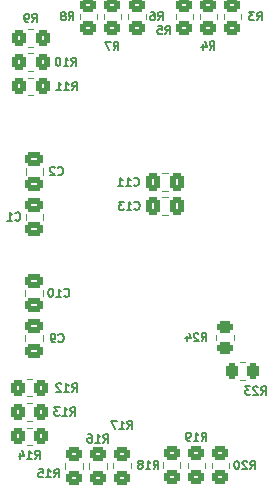
<source format=gbo>
G04 #@! TF.GenerationSoftware,KiCad,Pcbnew,(6.0.6)*
G04 #@! TF.CreationDate,2022-08-29T16:25:24+02:00*
G04 #@! TF.ProjectId,optic-transceiver-board-2t6r,6f707469-632d-4747-9261-6e7363656976,rev?*
G04 #@! TF.SameCoordinates,Original*
G04 #@! TF.FileFunction,Legend,Bot*
G04 #@! TF.FilePolarity,Positive*
%FSLAX46Y46*%
G04 Gerber Fmt 4.6, Leading zero omitted, Abs format (unit mm)*
G04 Created by KiCad (PCBNEW (6.0.6)) date 2022-08-29 16:25:24*
%MOMM*%
%LPD*%
G01*
G04 APERTURE LIST*
G04 Aperture macros list*
%AMRoundRect*
0 Rectangle with rounded corners*
0 $1 Rounding radius*
0 $2 $3 $4 $5 $6 $7 $8 $9 X,Y pos of 4 corners*
0 Add a 4 corners polygon primitive as box body*
4,1,4,$2,$3,$4,$5,$6,$7,$8,$9,$2,$3,0*
0 Add four circle primitives for the rounded corners*
1,1,$1+$1,$2,$3*
1,1,$1+$1,$4,$5*
1,1,$1+$1,$6,$7*
1,1,$1+$1,$8,$9*
0 Add four rect primitives between the rounded corners*
20,1,$1+$1,$2,$3,$4,$5,0*
20,1,$1+$1,$4,$5,$6,$7,0*
20,1,$1+$1,$6,$7,$8,$9,0*
20,1,$1+$1,$8,$9,$2,$3,0*%
G04 Aperture macros list end*
%ADD10C,0.150000*%
%ADD11C,0.120000*%
%ADD12C,3.200000*%
%ADD13C,1.515000*%
%ADD14R,1.700000X1.700000*%
%ADD15O,1.700000X1.700000*%
%ADD16RoundRect,0.250000X0.350000X0.450000X-0.350000X0.450000X-0.350000X-0.450000X0.350000X-0.450000X0*%
%ADD17RoundRect,0.250000X0.450000X-0.350000X0.450000X0.350000X-0.450000X0.350000X-0.450000X-0.350000X0*%
%ADD18RoundRect,0.250000X0.475000X-0.337500X0.475000X0.337500X-0.475000X0.337500X-0.475000X-0.337500X0*%
%ADD19RoundRect,0.250000X-0.450000X0.350000X-0.450000X-0.350000X0.450000X-0.350000X0.450000X0.350000X0*%
%ADD20RoundRect,0.250000X-0.337500X-0.475000X0.337500X-0.475000X0.337500X0.475000X-0.337500X0.475000X0*%
%ADD21RoundRect,0.250000X-0.262500X-0.450000X0.262500X-0.450000X0.262500X0.450000X-0.262500X0.450000X0*%
%ADD22RoundRect,0.250000X0.450000X-0.262500X0.450000X0.262500X-0.450000X0.262500X-0.450000X-0.262500X0*%
%ADD23RoundRect,0.250000X-0.350000X-0.450000X0.350000X-0.450000X0.350000X0.450000X-0.350000X0.450000X0*%
%ADD24RoundRect,0.250000X-0.475000X0.337500X-0.475000X-0.337500X0.475000X-0.337500X0.475000X0.337500X0*%
G04 APERTURE END LIST*
D10*
X99459200Y-62191066D02*
X99692533Y-61857733D01*
X99859200Y-62191066D02*
X99859200Y-61491066D01*
X99592533Y-61491066D01*
X99525866Y-61524400D01*
X99492533Y-61557733D01*
X99459200Y-61624400D01*
X99459200Y-61724400D01*
X99492533Y-61791066D01*
X99525866Y-61824400D01*
X99592533Y-61857733D01*
X99859200Y-61857733D01*
X98792533Y-62191066D02*
X99192533Y-62191066D01*
X98992533Y-62191066D02*
X98992533Y-61491066D01*
X99059200Y-61591066D01*
X99125866Y-61657733D01*
X99192533Y-61691066D01*
X98125866Y-62191066D02*
X98525866Y-62191066D01*
X98325866Y-62191066D02*
X98325866Y-61491066D01*
X98392533Y-61591066D01*
X98459200Y-61657733D01*
X98525866Y-61691066D01*
X96077866Y-56404766D02*
X96311200Y-56071433D01*
X96477866Y-56404766D02*
X96477866Y-55704766D01*
X96211200Y-55704766D01*
X96144533Y-55738100D01*
X96111200Y-55771433D01*
X96077866Y-55838100D01*
X96077866Y-55938100D01*
X96111200Y-56004766D01*
X96144533Y-56038100D01*
X96211200Y-56071433D01*
X96477866Y-56071433D01*
X95744533Y-56404766D02*
X95611200Y-56404766D01*
X95544533Y-56371433D01*
X95511200Y-56338100D01*
X95444533Y-56238100D01*
X95411200Y-56104766D01*
X95411200Y-55838100D01*
X95444533Y-55771433D01*
X95477866Y-55738100D01*
X95544533Y-55704766D01*
X95677866Y-55704766D01*
X95744533Y-55738100D01*
X95777866Y-55771433D01*
X95811200Y-55838100D01*
X95811200Y-56004766D01*
X95777866Y-56071433D01*
X95744533Y-56104766D01*
X95677866Y-56138100D01*
X95544533Y-56138100D01*
X95477866Y-56104766D01*
X95444533Y-56071433D01*
X95411200Y-56004766D01*
X96309600Y-93382266D02*
X96542933Y-93048933D01*
X96709600Y-93382266D02*
X96709600Y-92682266D01*
X96442933Y-92682266D01*
X96376266Y-92715600D01*
X96342933Y-92748933D01*
X96309600Y-92815600D01*
X96309600Y-92915600D01*
X96342933Y-92982266D01*
X96376266Y-93015600D01*
X96442933Y-93048933D01*
X96709600Y-93048933D01*
X95642933Y-93382266D02*
X96042933Y-93382266D01*
X95842933Y-93382266D02*
X95842933Y-92682266D01*
X95909600Y-92782266D01*
X95976266Y-92848933D01*
X96042933Y-92882266D01*
X95042933Y-92915600D02*
X95042933Y-93382266D01*
X95209600Y-92648933D02*
X95376266Y-93148933D01*
X94942933Y-93148933D01*
X99459200Y-87692666D02*
X99692533Y-87359333D01*
X99859200Y-87692666D02*
X99859200Y-86992666D01*
X99592533Y-86992666D01*
X99525866Y-87026000D01*
X99492533Y-87059333D01*
X99459200Y-87126000D01*
X99459200Y-87226000D01*
X99492533Y-87292666D01*
X99525866Y-87326000D01*
X99592533Y-87359333D01*
X99859200Y-87359333D01*
X98792533Y-87692666D02*
X99192533Y-87692666D01*
X98992533Y-87692666D02*
X98992533Y-86992666D01*
X99059200Y-87092666D01*
X99125866Y-87159333D01*
X99192533Y-87192666D01*
X98525866Y-87059333D02*
X98492533Y-87026000D01*
X98425866Y-86992666D01*
X98259200Y-86992666D01*
X98192533Y-87026000D01*
X98159200Y-87059333D01*
X98125866Y-87126000D01*
X98125866Y-87192666D01*
X98159200Y-87292666D01*
X98559200Y-87692666D01*
X98125866Y-87692666D01*
X99176666Y-56247466D02*
X99410000Y-55914133D01*
X99576666Y-56247466D02*
X99576666Y-55547466D01*
X99310000Y-55547466D01*
X99243333Y-55580800D01*
X99210000Y-55614133D01*
X99176666Y-55680800D01*
X99176666Y-55780800D01*
X99210000Y-55847466D01*
X99243333Y-55880800D01*
X99310000Y-55914133D01*
X99576666Y-55914133D01*
X98776666Y-55847466D02*
X98843333Y-55814133D01*
X98876666Y-55780800D01*
X98910000Y-55714133D01*
X98910000Y-55680800D01*
X98876666Y-55614133D01*
X98843333Y-55580800D01*
X98776666Y-55547466D01*
X98643333Y-55547466D01*
X98576666Y-55580800D01*
X98543333Y-55614133D01*
X98510000Y-55680800D01*
X98510000Y-55714133D01*
X98543333Y-55780800D01*
X98576666Y-55814133D01*
X98643333Y-55847466D01*
X98776666Y-55847466D01*
X98843333Y-55880800D01*
X98876666Y-55914133D01*
X98910000Y-55980800D01*
X98910000Y-56114133D01*
X98876666Y-56180800D01*
X98843333Y-56214133D01*
X98776666Y-56247466D01*
X98643333Y-56247466D01*
X98576666Y-56214133D01*
X98543333Y-56180800D01*
X98510000Y-56114133D01*
X98510000Y-55980800D01*
X98543333Y-55914133D01*
X98576666Y-55880800D01*
X98643333Y-55847466D01*
X98313066Y-83435000D02*
X98346400Y-83468333D01*
X98446400Y-83501666D01*
X98513066Y-83501666D01*
X98613066Y-83468333D01*
X98679733Y-83401666D01*
X98713066Y-83335000D01*
X98746400Y-83201666D01*
X98746400Y-83101666D01*
X98713066Y-82968333D01*
X98679733Y-82901666D01*
X98613066Y-82835000D01*
X98513066Y-82801666D01*
X98446400Y-82801666D01*
X98346400Y-82835000D01*
X98313066Y-82868333D01*
X97979733Y-83501666D02*
X97846400Y-83501666D01*
X97779733Y-83468333D01*
X97746400Y-83435000D01*
X97679733Y-83335000D01*
X97646400Y-83201666D01*
X97646400Y-82935000D01*
X97679733Y-82868333D01*
X97713066Y-82835000D01*
X97779733Y-82801666D01*
X97913066Y-82801666D01*
X97979733Y-82835000D01*
X98013066Y-82868333D01*
X98046400Y-82935000D01*
X98046400Y-83101666D01*
X98013066Y-83168333D01*
X97979733Y-83201666D01*
X97913066Y-83235000D01*
X97779733Y-83235000D01*
X97713066Y-83201666D01*
X97679733Y-83168333D01*
X97646400Y-83101666D01*
X97935200Y-94957066D02*
X98168533Y-94623733D01*
X98335200Y-94957066D02*
X98335200Y-94257066D01*
X98068533Y-94257066D01*
X98001866Y-94290400D01*
X97968533Y-94323733D01*
X97935200Y-94390400D01*
X97935200Y-94490400D01*
X97968533Y-94557066D01*
X98001866Y-94590400D01*
X98068533Y-94623733D01*
X98335200Y-94623733D01*
X97268533Y-94957066D02*
X97668533Y-94957066D01*
X97468533Y-94957066D02*
X97468533Y-94257066D01*
X97535200Y-94357066D01*
X97601866Y-94423733D01*
X97668533Y-94457066D01*
X96635200Y-94257066D02*
X96968533Y-94257066D01*
X97001866Y-94590400D01*
X96968533Y-94557066D01*
X96901866Y-94523733D01*
X96735200Y-94523733D01*
X96668533Y-94557066D01*
X96635200Y-94590400D01*
X96601866Y-94657066D01*
X96601866Y-94823733D01*
X96635200Y-94890400D01*
X96668533Y-94923733D01*
X96735200Y-94957066D01*
X96901866Y-94957066D01*
X96968533Y-94923733D01*
X97001866Y-94890400D01*
X104691600Y-70201600D02*
X104724933Y-70234933D01*
X104824933Y-70268266D01*
X104891600Y-70268266D01*
X104991600Y-70234933D01*
X105058266Y-70168266D01*
X105091600Y-70101600D01*
X105124933Y-69968266D01*
X105124933Y-69868266D01*
X105091600Y-69734933D01*
X105058266Y-69668266D01*
X104991600Y-69601600D01*
X104891600Y-69568266D01*
X104824933Y-69568266D01*
X104724933Y-69601600D01*
X104691600Y-69634933D01*
X104024933Y-70268266D02*
X104424933Y-70268266D01*
X104224933Y-70268266D02*
X104224933Y-69568266D01*
X104291600Y-69668266D01*
X104358266Y-69734933D01*
X104424933Y-69768266D01*
X103358266Y-70268266D02*
X103758266Y-70268266D01*
X103558266Y-70268266D02*
X103558266Y-69568266D01*
X103624933Y-69668266D01*
X103691600Y-69734933D01*
X103758266Y-69768266D01*
X115461200Y-87946666D02*
X115694533Y-87613333D01*
X115861200Y-87946666D02*
X115861200Y-87246666D01*
X115594533Y-87246666D01*
X115527866Y-87280000D01*
X115494533Y-87313333D01*
X115461200Y-87380000D01*
X115461200Y-87480000D01*
X115494533Y-87546666D01*
X115527866Y-87580000D01*
X115594533Y-87613333D01*
X115861200Y-87613333D01*
X115194533Y-87313333D02*
X115161200Y-87280000D01*
X115094533Y-87246666D01*
X114927866Y-87246666D01*
X114861200Y-87280000D01*
X114827866Y-87313333D01*
X114794533Y-87380000D01*
X114794533Y-87446666D01*
X114827866Y-87546666D01*
X115227866Y-87946666D01*
X114794533Y-87946666D01*
X114561200Y-87246666D02*
X114127866Y-87246666D01*
X114361200Y-87513333D01*
X114261200Y-87513333D01*
X114194533Y-87546666D01*
X114161200Y-87580000D01*
X114127866Y-87646666D01*
X114127866Y-87813333D01*
X114161200Y-87880000D01*
X114194533Y-87913333D01*
X114261200Y-87946666D01*
X114461200Y-87946666D01*
X114527866Y-87913333D01*
X114561200Y-87880000D01*
X110432000Y-83425466D02*
X110665333Y-83092133D01*
X110832000Y-83425466D02*
X110832000Y-82725466D01*
X110565333Y-82725466D01*
X110498666Y-82758800D01*
X110465333Y-82792133D01*
X110432000Y-82858800D01*
X110432000Y-82958800D01*
X110465333Y-83025466D01*
X110498666Y-83058800D01*
X110565333Y-83092133D01*
X110832000Y-83092133D01*
X110165333Y-82792133D02*
X110132000Y-82758800D01*
X110065333Y-82725466D01*
X109898666Y-82725466D01*
X109832000Y-82758800D01*
X109798666Y-82792133D01*
X109765333Y-82858800D01*
X109765333Y-82925466D01*
X109798666Y-83025466D01*
X110198666Y-83425466D01*
X109765333Y-83425466D01*
X109165333Y-82958800D02*
X109165333Y-83425466D01*
X109332000Y-82692133D02*
X109498666Y-83192133D01*
X109065333Y-83192133D01*
X104742400Y-72233600D02*
X104775733Y-72266933D01*
X104875733Y-72300266D01*
X104942400Y-72300266D01*
X105042400Y-72266933D01*
X105109066Y-72200266D01*
X105142400Y-72133600D01*
X105175733Y-72000266D01*
X105175733Y-71900266D01*
X105142400Y-71766933D01*
X105109066Y-71700266D01*
X105042400Y-71633600D01*
X104942400Y-71600266D01*
X104875733Y-71600266D01*
X104775733Y-71633600D01*
X104742400Y-71666933D01*
X104075733Y-72300266D02*
X104475733Y-72300266D01*
X104275733Y-72300266D02*
X104275733Y-71600266D01*
X104342400Y-71700266D01*
X104409066Y-71766933D01*
X104475733Y-71800266D01*
X103842400Y-71600266D02*
X103409066Y-71600266D01*
X103642400Y-71866933D01*
X103542400Y-71866933D01*
X103475733Y-71900266D01*
X103442400Y-71933600D01*
X103409066Y-72000266D01*
X103409066Y-72166933D01*
X103442400Y-72233600D01*
X103475733Y-72266933D01*
X103542400Y-72300266D01*
X103742400Y-72300266D01*
X103809066Y-72266933D01*
X103842400Y-72233600D01*
X99306800Y-89724666D02*
X99540133Y-89391333D01*
X99706800Y-89724666D02*
X99706800Y-89024666D01*
X99440133Y-89024666D01*
X99373466Y-89058000D01*
X99340133Y-89091333D01*
X99306800Y-89158000D01*
X99306800Y-89258000D01*
X99340133Y-89324666D01*
X99373466Y-89358000D01*
X99440133Y-89391333D01*
X99706800Y-89391333D01*
X98640133Y-89724666D02*
X99040133Y-89724666D01*
X98840133Y-89724666D02*
X98840133Y-89024666D01*
X98906800Y-89124666D01*
X98973466Y-89191333D01*
X99040133Y-89224666D01*
X98406800Y-89024666D02*
X97973466Y-89024666D01*
X98206800Y-89291333D01*
X98106800Y-89291333D01*
X98040133Y-89324666D01*
X98006800Y-89358000D01*
X97973466Y-89424666D01*
X97973466Y-89591333D01*
X98006800Y-89658000D01*
X98040133Y-89691333D01*
X98106800Y-89724666D01*
X98306800Y-89724666D01*
X98373466Y-89691333D01*
X98406800Y-89658000D01*
X115127866Y-56263466D02*
X115361200Y-55930133D01*
X115527866Y-56263466D02*
X115527866Y-55563466D01*
X115261200Y-55563466D01*
X115194533Y-55596800D01*
X115161200Y-55630133D01*
X115127866Y-55696800D01*
X115127866Y-55796800D01*
X115161200Y-55863466D01*
X115194533Y-55896800D01*
X115261200Y-55930133D01*
X115527866Y-55930133D01*
X114894533Y-55563466D02*
X114461200Y-55563466D01*
X114694533Y-55830133D01*
X114594533Y-55830133D01*
X114527866Y-55863466D01*
X114494533Y-55896800D01*
X114461200Y-55963466D01*
X114461200Y-56130133D01*
X114494533Y-56196800D01*
X114527866Y-56230133D01*
X114594533Y-56263466D01*
X114794533Y-56263466D01*
X114861200Y-56230133D01*
X114894533Y-56196800D01*
X106368000Y-94229866D02*
X106601333Y-93896533D01*
X106768000Y-94229866D02*
X106768000Y-93529866D01*
X106501333Y-93529866D01*
X106434666Y-93563200D01*
X106401333Y-93596533D01*
X106368000Y-93663200D01*
X106368000Y-93763200D01*
X106401333Y-93829866D01*
X106434666Y-93863200D01*
X106501333Y-93896533D01*
X106768000Y-93896533D01*
X105701333Y-94229866D02*
X106101333Y-94229866D01*
X105901333Y-94229866D02*
X105901333Y-93529866D01*
X105968000Y-93629866D01*
X106034666Y-93696533D01*
X106101333Y-93729866D01*
X105301333Y-93829866D02*
X105368000Y-93796533D01*
X105401333Y-93763200D01*
X105434666Y-93696533D01*
X105434666Y-93663200D01*
X105401333Y-93596533D01*
X105368000Y-93563200D01*
X105301333Y-93529866D01*
X105168000Y-93529866D01*
X105101333Y-93563200D01*
X105068000Y-93596533D01*
X105034666Y-93663200D01*
X105034666Y-93696533D01*
X105068000Y-93763200D01*
X105101333Y-93796533D01*
X105168000Y-93829866D01*
X105301333Y-93829866D01*
X105368000Y-93863200D01*
X105401333Y-93896533D01*
X105434666Y-93963200D01*
X105434666Y-94096533D01*
X105401333Y-94163200D01*
X105368000Y-94196533D01*
X105301333Y-94229866D01*
X105168000Y-94229866D01*
X105101333Y-94196533D01*
X105068000Y-94163200D01*
X105034666Y-94096533D01*
X105034666Y-93963200D01*
X105068000Y-93896533D01*
X105101333Y-93863200D01*
X105168000Y-93829866D01*
X104132800Y-90842266D02*
X104366133Y-90508933D01*
X104532800Y-90842266D02*
X104532800Y-90142266D01*
X104266133Y-90142266D01*
X104199466Y-90175600D01*
X104166133Y-90208933D01*
X104132800Y-90275600D01*
X104132800Y-90375600D01*
X104166133Y-90442266D01*
X104199466Y-90475600D01*
X104266133Y-90508933D01*
X104532800Y-90508933D01*
X103466133Y-90842266D02*
X103866133Y-90842266D01*
X103666133Y-90842266D02*
X103666133Y-90142266D01*
X103732800Y-90242266D01*
X103799466Y-90308933D01*
X103866133Y-90342266D01*
X103232800Y-90142266D02*
X102766133Y-90142266D01*
X103066133Y-90842266D01*
X102986666Y-58787466D02*
X103220000Y-58454133D01*
X103386666Y-58787466D02*
X103386666Y-58087466D01*
X103120000Y-58087466D01*
X103053333Y-58120800D01*
X103020000Y-58154133D01*
X102986666Y-58220800D01*
X102986666Y-58320800D01*
X103020000Y-58387466D01*
X103053333Y-58420800D01*
X103120000Y-58454133D01*
X103386666Y-58454133D01*
X102753333Y-58087466D02*
X102286666Y-58087466D01*
X102586666Y-58787466D01*
X102100800Y-92010666D02*
X102334133Y-91677333D01*
X102500800Y-92010666D02*
X102500800Y-91310666D01*
X102234133Y-91310666D01*
X102167466Y-91344000D01*
X102134133Y-91377333D01*
X102100800Y-91444000D01*
X102100800Y-91544000D01*
X102134133Y-91610666D01*
X102167466Y-91644000D01*
X102234133Y-91677333D01*
X102500800Y-91677333D01*
X101434133Y-92010666D02*
X101834133Y-92010666D01*
X101634133Y-92010666D02*
X101634133Y-91310666D01*
X101700800Y-91410666D01*
X101767466Y-91477333D01*
X101834133Y-91510666D01*
X100834133Y-91310666D02*
X100967466Y-91310666D01*
X101034133Y-91344000D01*
X101067466Y-91377333D01*
X101134133Y-91477333D01*
X101167466Y-91610666D01*
X101167466Y-91877333D01*
X101134133Y-91944000D01*
X101100800Y-91977333D01*
X101034133Y-92010666D01*
X100900800Y-92010666D01*
X100834133Y-91977333D01*
X100800800Y-91944000D01*
X100767466Y-91877333D01*
X100767466Y-91710666D01*
X100800800Y-91644000D01*
X100834133Y-91610666D01*
X100900800Y-91577333D01*
X101034133Y-91577333D01*
X101100800Y-91610666D01*
X101134133Y-91644000D01*
X101167466Y-91710666D01*
X111114666Y-58736666D02*
X111348000Y-58403333D01*
X111514666Y-58736666D02*
X111514666Y-58036666D01*
X111248000Y-58036666D01*
X111181333Y-58070000D01*
X111148000Y-58103333D01*
X111114666Y-58170000D01*
X111114666Y-58270000D01*
X111148000Y-58336666D01*
X111181333Y-58370000D01*
X111248000Y-58403333D01*
X111514666Y-58403333D01*
X110514666Y-58270000D02*
X110514666Y-58736666D01*
X110681333Y-58003333D02*
X110848000Y-58503333D01*
X110414666Y-58503333D01*
X94655466Y-73148000D02*
X94688800Y-73181333D01*
X94788800Y-73214666D01*
X94855466Y-73214666D01*
X94955466Y-73181333D01*
X95022133Y-73114666D01*
X95055466Y-73048000D01*
X95088800Y-72914666D01*
X95088800Y-72814666D01*
X95055466Y-72681333D01*
X95022133Y-72614666D01*
X94955466Y-72548000D01*
X94855466Y-72514666D01*
X94788800Y-72514666D01*
X94688800Y-72548000D01*
X94655466Y-72581333D01*
X93988800Y-73214666D02*
X94388800Y-73214666D01*
X94188800Y-73214666D02*
X94188800Y-72514666D01*
X94255466Y-72614666D01*
X94322133Y-72681333D01*
X94388800Y-72714666D01*
X107355466Y-57415866D02*
X107588800Y-57082533D01*
X107755466Y-57415866D02*
X107755466Y-56715866D01*
X107488800Y-56715866D01*
X107422133Y-56749200D01*
X107388800Y-56782533D01*
X107355466Y-56849200D01*
X107355466Y-56949200D01*
X107388800Y-57015866D01*
X107422133Y-57049200D01*
X107488800Y-57082533D01*
X107755466Y-57082533D01*
X106722133Y-56715866D02*
X107055466Y-56715866D01*
X107088800Y-57049200D01*
X107055466Y-57015866D01*
X106988800Y-56982533D01*
X106822133Y-56982533D01*
X106755466Y-57015866D01*
X106722133Y-57049200D01*
X106688800Y-57115866D01*
X106688800Y-57282533D01*
X106722133Y-57349200D01*
X106755466Y-57382533D01*
X106822133Y-57415866D01*
X106988800Y-57415866D01*
X107055466Y-57382533D01*
X107088800Y-57349200D01*
X106745866Y-56247466D02*
X106979200Y-55914133D01*
X107145866Y-56247466D02*
X107145866Y-55547466D01*
X106879200Y-55547466D01*
X106812533Y-55580800D01*
X106779200Y-55614133D01*
X106745866Y-55680800D01*
X106745866Y-55780800D01*
X106779200Y-55847466D01*
X106812533Y-55880800D01*
X106879200Y-55914133D01*
X107145866Y-55914133D01*
X106145866Y-55547466D02*
X106279200Y-55547466D01*
X106345866Y-55580800D01*
X106379200Y-55614133D01*
X106445866Y-55714133D01*
X106479200Y-55847466D01*
X106479200Y-56114133D01*
X106445866Y-56180800D01*
X106412533Y-56214133D01*
X106345866Y-56247466D01*
X106212533Y-56247466D01*
X106145866Y-56214133D01*
X106112533Y-56180800D01*
X106079200Y-56114133D01*
X106079200Y-55947466D01*
X106112533Y-55880800D01*
X106145866Y-55847466D01*
X106212533Y-55814133D01*
X106345866Y-55814133D01*
X106412533Y-55847466D01*
X106445866Y-55880800D01*
X106479200Y-55947466D01*
X98798800Y-79599600D02*
X98832133Y-79632933D01*
X98932133Y-79666266D01*
X98998800Y-79666266D01*
X99098800Y-79632933D01*
X99165466Y-79566266D01*
X99198800Y-79499600D01*
X99232133Y-79366266D01*
X99232133Y-79266266D01*
X99198800Y-79132933D01*
X99165466Y-79066266D01*
X99098800Y-78999600D01*
X98998800Y-78966266D01*
X98932133Y-78966266D01*
X98832133Y-78999600D01*
X98798800Y-79032933D01*
X98132133Y-79666266D02*
X98532133Y-79666266D01*
X98332133Y-79666266D02*
X98332133Y-78966266D01*
X98398800Y-79066266D01*
X98465466Y-79132933D01*
X98532133Y-79166266D01*
X97698800Y-78966266D02*
X97632133Y-78966266D01*
X97565466Y-78999600D01*
X97532133Y-79032933D01*
X97498800Y-79099600D01*
X97465466Y-79232933D01*
X97465466Y-79399600D01*
X97498800Y-79532933D01*
X97532133Y-79599600D01*
X97565466Y-79632933D01*
X97632133Y-79666266D01*
X97698800Y-79666266D01*
X97765466Y-79632933D01*
X97798800Y-79599600D01*
X97832133Y-79532933D01*
X97865466Y-79399600D01*
X97865466Y-79232933D01*
X97832133Y-79099600D01*
X97798800Y-79032933D01*
X97765466Y-78999600D01*
X97698800Y-78966266D01*
X110432000Y-91858266D02*
X110665333Y-91524933D01*
X110832000Y-91858266D02*
X110832000Y-91158266D01*
X110565333Y-91158266D01*
X110498666Y-91191600D01*
X110465333Y-91224933D01*
X110432000Y-91291600D01*
X110432000Y-91391600D01*
X110465333Y-91458266D01*
X110498666Y-91491600D01*
X110565333Y-91524933D01*
X110832000Y-91524933D01*
X109765333Y-91858266D02*
X110165333Y-91858266D01*
X109965333Y-91858266D02*
X109965333Y-91158266D01*
X110032000Y-91258266D01*
X110098666Y-91324933D01*
X110165333Y-91358266D01*
X109432000Y-91858266D02*
X109298666Y-91858266D01*
X109232000Y-91824933D01*
X109198666Y-91791600D01*
X109132000Y-91691600D01*
X109098666Y-91558266D01*
X109098666Y-91291600D01*
X109132000Y-91224933D01*
X109165333Y-91191600D01*
X109232000Y-91158266D01*
X109365333Y-91158266D01*
X109432000Y-91191600D01*
X109465333Y-91224933D01*
X109498666Y-91291600D01*
X109498666Y-91458266D01*
X109465333Y-91524933D01*
X109432000Y-91558266D01*
X109365333Y-91591600D01*
X109232000Y-91591600D01*
X109165333Y-91558266D01*
X109132000Y-91524933D01*
X109098666Y-91458266D01*
X114546800Y-94245866D02*
X114780133Y-93912533D01*
X114946800Y-94245866D02*
X114946800Y-93545866D01*
X114680133Y-93545866D01*
X114613466Y-93579200D01*
X114580133Y-93612533D01*
X114546800Y-93679200D01*
X114546800Y-93779200D01*
X114580133Y-93845866D01*
X114613466Y-93879200D01*
X114680133Y-93912533D01*
X114946800Y-93912533D01*
X114280133Y-93612533D02*
X114246800Y-93579200D01*
X114180133Y-93545866D01*
X114013466Y-93545866D01*
X113946800Y-93579200D01*
X113913466Y-93612533D01*
X113880133Y-93679200D01*
X113880133Y-93745866D01*
X113913466Y-93845866D01*
X114313466Y-94245866D01*
X113880133Y-94245866D01*
X113446800Y-93545866D02*
X113380133Y-93545866D01*
X113313466Y-93579200D01*
X113280133Y-93612533D01*
X113246800Y-93679200D01*
X113213466Y-93812533D01*
X113213466Y-93979200D01*
X113246800Y-94112533D01*
X113280133Y-94179200D01*
X113313466Y-94212533D01*
X113380133Y-94245866D01*
X113446800Y-94245866D01*
X113513466Y-94212533D01*
X113546800Y-94179200D01*
X113580133Y-94112533D01*
X113613466Y-93979200D01*
X113613466Y-93812533D01*
X113580133Y-93679200D01*
X113546800Y-93612533D01*
X113513466Y-93579200D01*
X113446800Y-93545866D01*
X99408400Y-60108266D02*
X99641733Y-59774933D01*
X99808400Y-60108266D02*
X99808400Y-59408266D01*
X99541733Y-59408266D01*
X99475066Y-59441600D01*
X99441733Y-59474933D01*
X99408400Y-59541600D01*
X99408400Y-59641600D01*
X99441733Y-59708266D01*
X99475066Y-59741600D01*
X99541733Y-59774933D01*
X99808400Y-59774933D01*
X98741733Y-60108266D02*
X99141733Y-60108266D01*
X98941733Y-60108266D02*
X98941733Y-59408266D01*
X99008400Y-59508266D01*
X99075066Y-59574933D01*
X99141733Y-59608266D01*
X98308400Y-59408266D02*
X98241733Y-59408266D01*
X98175066Y-59441600D01*
X98141733Y-59474933D01*
X98108400Y-59541600D01*
X98075066Y-59674933D01*
X98075066Y-59841600D01*
X98108400Y-59974933D01*
X98141733Y-60041600D01*
X98175066Y-60074933D01*
X98241733Y-60108266D01*
X98308400Y-60108266D01*
X98375066Y-60074933D01*
X98408400Y-60041600D01*
X98441733Y-59974933D01*
X98475066Y-59841600D01*
X98475066Y-59674933D01*
X98441733Y-59541600D01*
X98408400Y-59474933D01*
X98375066Y-59441600D01*
X98308400Y-59408266D01*
X98262266Y-69312600D02*
X98295600Y-69345933D01*
X98395600Y-69379266D01*
X98462266Y-69379266D01*
X98562266Y-69345933D01*
X98628933Y-69279266D01*
X98662266Y-69212600D01*
X98695600Y-69079266D01*
X98695600Y-68979266D01*
X98662266Y-68845933D01*
X98628933Y-68779266D01*
X98562266Y-68712600D01*
X98462266Y-68679266D01*
X98395600Y-68679266D01*
X98295600Y-68712600D01*
X98262266Y-68745933D01*
X97995600Y-68745933D02*
X97962266Y-68712600D01*
X97895600Y-68679266D01*
X97728933Y-68679266D01*
X97662266Y-68712600D01*
X97628933Y-68745933D01*
X97595600Y-68812600D01*
X97595600Y-68879266D01*
X97628933Y-68979266D01*
X98028933Y-69379266D01*
X97595600Y-69379266D01*
D11*
X96188264Y-62587900D02*
X95734136Y-62587900D01*
X96188264Y-61117900D02*
X95734136Y-61117900D01*
X96188264Y-57003100D02*
X95734136Y-57003100D01*
X96188264Y-58473100D02*
X95734136Y-58473100D01*
X96086664Y-90730400D02*
X95632536Y-90730400D01*
X96086664Y-92200400D02*
X95632536Y-92200400D01*
X96077264Y-86615600D02*
X95623136Y-86615600D01*
X96077264Y-88085600D02*
X95623136Y-88085600D01*
X100103000Y-56157864D02*
X100103000Y-55703736D01*
X101573000Y-56157864D02*
X101573000Y-55703736D01*
X96975600Y-83446252D02*
X96975600Y-82923748D01*
X95505600Y-83446252D02*
X95505600Y-82923748D01*
X98883800Y-93752936D02*
X98883800Y-94207064D01*
X100353800Y-93752936D02*
X100353800Y-94207064D01*
X107057648Y-69216600D02*
X107580152Y-69216600D01*
X107057648Y-70686600D02*
X107580152Y-70686600D01*
X113668436Y-85218600D02*
X114122564Y-85218600D01*
X113668436Y-86688600D02*
X114122564Y-86688600D01*
X113155400Y-83337764D02*
X113155400Y-82883636D01*
X111685400Y-83337764D02*
X111685400Y-82883636D01*
X107079148Y-72718600D02*
X107601652Y-72718600D01*
X107079148Y-71248600D02*
X107601652Y-71248600D01*
X95632536Y-88673000D02*
X96086664Y-88673000D01*
X95632536Y-90143000D02*
X96086664Y-90143000D01*
X113765000Y-56173864D02*
X113765000Y-55719736D01*
X112295000Y-56173864D02*
X112295000Y-55719736D01*
X108634200Y-93686136D02*
X108634200Y-94140264D01*
X107164200Y-93686136D02*
X107164200Y-94140264D01*
X104417800Y-93736936D02*
X104417800Y-94191064D01*
X102947800Y-93736936D02*
X102947800Y-94191064D01*
X102135000Y-55703736D02*
X102135000Y-56157864D01*
X103605000Y-55703736D02*
X103605000Y-56157864D01*
X102385800Y-94225864D02*
X102385800Y-93771736D01*
X100915800Y-94225864D02*
X100915800Y-93771736D01*
X111733000Y-55703736D02*
X111733000Y-56157864D01*
X110263000Y-55703736D02*
X110263000Y-56157864D01*
X95531000Y-72636748D02*
X95531000Y-73159252D01*
X97001000Y-72636748D02*
X97001000Y-73159252D01*
X109701000Y-56157864D02*
X109701000Y-55703736D01*
X108231000Y-56157864D02*
X108231000Y-55703736D01*
X104217800Y-56157864D02*
X104217800Y-55703736D01*
X105687800Y-56157864D02*
X105687800Y-55703736D01*
X95505600Y-79610852D02*
X95505600Y-79088348D01*
X96975600Y-79610852D02*
X96975600Y-79088348D01*
X110717000Y-94156264D02*
X110717000Y-93702136D01*
X109247000Y-94156264D02*
X109247000Y-93702136D01*
X111279000Y-93702136D02*
X111279000Y-94156264D01*
X112749000Y-93702136D02*
X112749000Y-94156264D01*
X95734136Y-59035100D02*
X96188264Y-59035100D01*
X95734136Y-60505100D02*
X96188264Y-60505100D01*
X97001000Y-69323852D02*
X97001000Y-68801348D01*
X95531000Y-69323852D02*
X95531000Y-68801348D01*
%LPC*%
D12*
X86715600Y-47040800D03*
D13*
X107467400Y-52679600D03*
X110007400Y-52679600D03*
X112547400Y-52679600D03*
X115087400Y-52679600D03*
X115087400Y-45059600D03*
X107467400Y-45059600D03*
X92379800Y-94056200D03*
X92379800Y-91516200D03*
X92379800Y-88976200D03*
X92379800Y-86436200D03*
X84759800Y-86436200D03*
X84759800Y-94056200D03*
X114461800Y-97007800D03*
X111921800Y-97007800D03*
X109381800Y-97007800D03*
X106841800Y-97007800D03*
X106841800Y-104627800D03*
X114461800Y-104627800D03*
X92379800Y-83896200D03*
X92379800Y-81356200D03*
X92379800Y-78816200D03*
X92379800Y-76276200D03*
X84759800Y-76276200D03*
X84759800Y-83896200D03*
D14*
X114808000Y-65957800D03*
D15*
X117348000Y-65957800D03*
X114808000Y-68497800D03*
X117348000Y-68497800D03*
X114808000Y-71037800D03*
X117348000Y-71037800D03*
X114808000Y-73577800D03*
X117348000Y-73577800D03*
X114808000Y-76117800D03*
X117348000Y-76117800D03*
X114808000Y-78657800D03*
X117348000Y-78657800D03*
X114808000Y-81197800D03*
X117348000Y-81197800D03*
X114808000Y-83737800D03*
X117348000Y-83737800D03*
D12*
X86715600Y-102666800D03*
D13*
X92379800Y-63576200D03*
X92379800Y-61036200D03*
X92379800Y-58496200D03*
X92379800Y-55956200D03*
X84759800Y-55956200D03*
X84759800Y-63576200D03*
X104301600Y-97007800D03*
X101761600Y-97007800D03*
X99221600Y-97007800D03*
X96681600Y-97007800D03*
X96681600Y-104627800D03*
X104301600Y-104627800D03*
X97307400Y-52679600D03*
X99847400Y-52679600D03*
X102387400Y-52679600D03*
X104927400Y-52679600D03*
X104927400Y-45059600D03*
X97307400Y-45059600D03*
X92379800Y-73736200D03*
X92379800Y-71196200D03*
X92379800Y-68656200D03*
X92379800Y-66116200D03*
X84759800Y-66116200D03*
X84759800Y-73736200D03*
D16*
X96961200Y-61852900D03*
X94961200Y-61852900D03*
X96961200Y-57738100D03*
X94961200Y-57738100D03*
X96859600Y-91465400D03*
X94859600Y-91465400D03*
X96850200Y-87350600D03*
X94850200Y-87350600D03*
D17*
X100838000Y-56930800D03*
X100838000Y-54930800D03*
D18*
X96240600Y-84222500D03*
X96240600Y-82147500D03*
D19*
X99618800Y-92980000D03*
X99618800Y-94980000D03*
D20*
X106281400Y-69951600D03*
X108356400Y-69951600D03*
D21*
X112983000Y-85953600D03*
X114808000Y-85953600D03*
D22*
X112420400Y-84023200D03*
X112420400Y-82198200D03*
D20*
X106302900Y-71983600D03*
X108377900Y-71983600D03*
D23*
X94859600Y-89408000D03*
X96859600Y-89408000D03*
D17*
X113030000Y-56946800D03*
X113030000Y-54946800D03*
D19*
X107899200Y-92913200D03*
X107899200Y-94913200D03*
X103682800Y-92964000D03*
X103682800Y-94964000D03*
X102870000Y-54930800D03*
X102870000Y-56930800D03*
D17*
X101650800Y-94998800D03*
X101650800Y-92998800D03*
D19*
X110998000Y-54930800D03*
X110998000Y-56930800D03*
D24*
X96266000Y-71860500D03*
X96266000Y-73935500D03*
D17*
X108966000Y-56930800D03*
X108966000Y-54930800D03*
X104952800Y-56930800D03*
X104952800Y-54930800D03*
D18*
X96240600Y-80387100D03*
X96240600Y-78312100D03*
D17*
X109982000Y-94929200D03*
X109982000Y-92929200D03*
D19*
X112014000Y-92929200D03*
X112014000Y-94929200D03*
D23*
X94961200Y-59770100D03*
X96961200Y-59770100D03*
D18*
X96266000Y-70100100D03*
X96266000Y-68025100D03*
M02*

</source>
